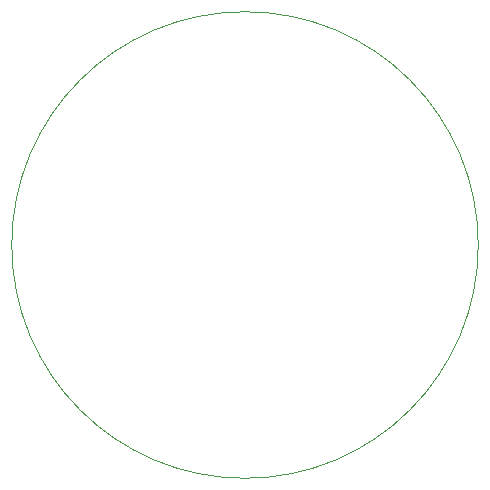
<source format=gm1>
G04 #@! TF.GenerationSoftware,KiCad,Pcbnew,no-vcs-found-d3b382c~59~ubuntu16.04.1*
G04 #@! TF.CreationDate,2017-07-25T02:02:09+01:00*
G04 #@! TF.ProjectId,m3radio,6D33726164696F2E6B696361645F7063,Rev 1*
G04 #@! TF.SameCoordinates,Original
G04 #@! TF.FileFunction,Profile,NP*
%FSLAX46Y46*%
G04 Gerber Fmt 4.6, Leading zero omitted, Abs format (unit mm)*
G04 Created by KiCad (PCBNEW no-vcs-found-d3b382c~59~ubuntu16.04.1) date Tue Jul 25 02:02:09 2017*
%MOMM*%
%LPD*%
G01*
G04 APERTURE LIST*
%ADD10C,0.010000*%
G04 APERTURE END LIST*
D10*
X119750000Y-100000000D02*
G75*
G03X119750000Y-100000000I-19750000J0D01*
G01*
M02*

</source>
